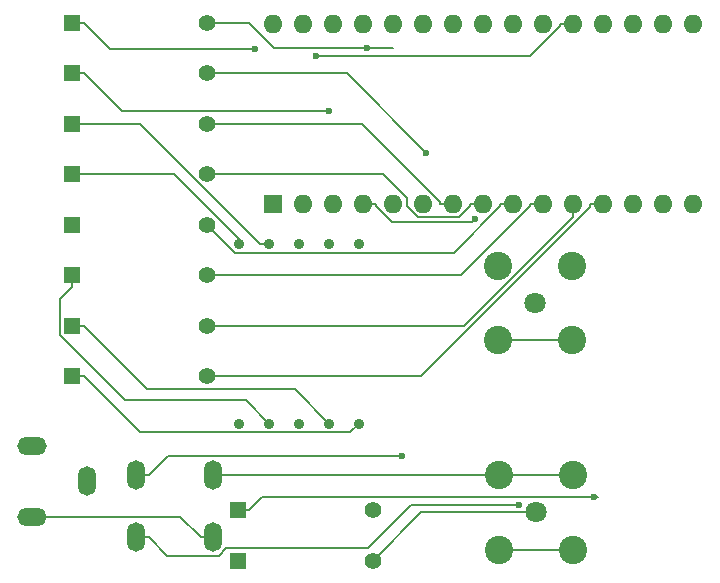
<source format=gbr>
%TF.GenerationSoftware,KiCad,Pcbnew,9.0.6-9.0.6~ubuntu24.04.1*%
%TF.CreationDate,2026-01-10T16:19:20-08:00*%
%TF.ProjectId,MCU Project,4d435520-5072-46f6-9a65-63742e6b6963,rev?*%
%TF.SameCoordinates,Original*%
%TF.FileFunction,Copper,L1,Top*%
%TF.FilePolarity,Positive*%
%FSLAX46Y46*%
G04 Gerber Fmt 4.6, Leading zero omitted, Abs format (unit mm)*
G04 Created by KiCad (PCBNEW 9.0.6-9.0.6~ubuntu24.04.1) date 2026-01-10 16:19:20*
%MOMM*%
%LPD*%
G01*
G04 APERTURE LIST*
%TA.AperFunction,ComponentPad*%
%ADD10R,1.397000X1.397000*%
%TD*%
%TA.AperFunction,ComponentPad*%
%ADD11C,1.397000*%
%TD*%
%TA.AperFunction,ComponentPad*%
%ADD12O,1.520000X2.500000*%
%TD*%
%TA.AperFunction,ComponentPad*%
%ADD13C,1.800000*%
%TD*%
%TA.AperFunction,ComponentPad*%
%ADD14C,2.400000*%
%TD*%
%TA.AperFunction,ComponentPad*%
%ADD15O,2.500000X1.520000*%
%TD*%
%TA.AperFunction,ComponentPad*%
%ADD16R,1.600000X1.600000*%
%TD*%
%TA.AperFunction,ComponentPad*%
%ADD17O,1.600000X1.600000*%
%TD*%
%TA.AperFunction,ComponentPad*%
%ADD18C,0.900000*%
%TD*%
%TA.AperFunction,ViaPad*%
%ADD19C,0.600000*%
%TD*%
%TA.AperFunction,Conductor*%
%ADD20C,0.200000*%
%TD*%
G04 APERTURE END LIST*
D10*
%TO.P,R10,1*%
%TO.N,Net-(A1-A1)*%
X126820000Y-123750000D03*
D11*
%TO.P,R10,2*%
%TO.N,Net-(J2-Pad1)*%
X138250000Y-123750000D03*
%TD*%
D10*
%TO.P,R9,1*%
%TO.N,Net-(A1-A0)*%
X126820000Y-119473400D03*
D11*
%TO.P,R9,2*%
%TO.N,Net-(J1-Pad1)*%
X138250000Y-119473400D03*
%TD*%
D10*
%TO.P,R1,1*%
%TO.N,Net-(U1-E)*%
X112785000Y-78170200D03*
D11*
%TO.P,R1,2*%
%TO.N,Net-(A1-D2)*%
X124215000Y-78170200D03*
%TD*%
D10*
%TO.P,R7,1*%
%TO.N,Net-(U1-F)*%
X112785000Y-103829800D03*
D11*
%TO.P,R7,2*%
%TO.N,Net-(A1-D8)*%
X124215000Y-103829800D03*
%TD*%
D12*
%TO.P,U4,1,1*%
%TO.N,Net-(A1-A3)*%
X118250000Y-116500000D03*
%TO.P,U4,2,2*%
%TO.N,GND*%
X124750000Y-116500000D03*
%TD*%
D10*
%TO.P,R3,1*%
%TO.N,Net-(U1-C)*%
X112785000Y-86723400D03*
D11*
%TO.P,R3,2*%
%TO.N,Net-(A1-D4)*%
X124215000Y-86723400D03*
%TD*%
D13*
%TO.P,J2,1*%
%TO.N,Net-(J2-Pad1)*%
X152100000Y-119650000D03*
D14*
%TO.P,J2,S1*%
%TO.N,GND*%
X148950000Y-116500000D03*
X148950000Y-122800000D03*
X155250000Y-116500000D03*
X155250000Y-122800000D03*
%TD*%
D15*
%TO.P,DC1,1,1*%
%TO.N,Net-(A1-VIN)*%
X109400000Y-114000000D03*
%TO.P,DC1,2,2*%
%TO.N,GND*%
X109400000Y-120000000D03*
D12*
%TO.P,DC1,3,3*%
%TO.N,unconnected-(DC1-Pad3)*%
X114100000Y-117000000D03*
%TD*%
D10*
%TO.P,R5,1*%
%TO.N,Net-(U1-B)*%
X112785000Y-95276600D03*
D11*
%TO.P,R5,2*%
%TO.N,Net-(A1-D6)*%
X124215000Y-95276600D03*
%TD*%
D16*
%TO.P,A1,1,TX1*%
%TO.N,unconnected-(A1-TX1-Pad1)*%
X129840000Y-93500000D03*
D17*
%TO.P,A1,2,RX1*%
%TO.N,unconnected-(A1-RX1-Pad2)*%
X132380000Y-93500000D03*
%TO.P,A1,3,~{RESET}*%
%TO.N,unconnected-(A1-~{RESET}-Pad3)*%
X134920000Y-93500000D03*
%TO.P,A1,4,GND*%
%TO.N,GND*%
X137460000Y-93500000D03*
%TO.P,A1,5,D2*%
%TO.N,Net-(A1-D2)*%
X140000000Y-93500000D03*
%TO.P,A1,6,D3*%
%TO.N,Net-(A1-D3)*%
X142540000Y-93500000D03*
%TO.P,A1,7,D4*%
%TO.N,Net-(A1-D4)*%
X145080000Y-93500000D03*
%TO.P,A1,8,D5*%
%TO.N,Net-(A1-D5)*%
X147620000Y-93500000D03*
%TO.P,A1,9,D6*%
%TO.N,Net-(A1-D6)*%
X150160000Y-93500000D03*
%TO.P,A1,10,D7*%
%TO.N,Net-(A1-D7)*%
X152700000Y-93500000D03*
%TO.P,A1,11,D8*%
%TO.N,Net-(A1-D8)*%
X155240000Y-93500000D03*
%TO.P,A1,12,D9*%
%TO.N,Net-(A1-D9)*%
X157780000Y-93500000D03*
%TO.P,A1,13,D10*%
%TO.N,unconnected-(A1-D10-Pad13)*%
X160320000Y-93500000D03*
%TO.P,A1,14,MOSI*%
%TO.N,unconnected-(A1-MOSI-Pad14)*%
X162860000Y-93500000D03*
%TO.P,A1,15,MISO*%
%TO.N,unconnected-(A1-MISO-Pad15)*%
X165400000Y-93500000D03*
%TO.P,A1,16,SCK*%
%TO.N,unconnected-(A1-SCK-Pad16)*%
X165400000Y-78260000D03*
%TO.P,A1,17,3V3*%
%TO.N,unconnected-(A1-3V3-Pad17)*%
X162860000Y-78260000D03*
%TO.P,A1,18,AREF*%
%TO.N,unconnected-(A1-AREF-Pad18)*%
X160320000Y-78260000D03*
%TO.P,A1,19,A0*%
%TO.N,Net-(A1-A0)*%
X157780000Y-78260000D03*
%TO.P,A1,20,A1*%
%TO.N,Net-(A1-A1)*%
X155240000Y-78260000D03*
%TO.P,A1,21,A2*%
%TO.N,Net-(A1-A2)*%
X152700000Y-78260000D03*
%TO.P,A1,22,A3*%
%TO.N,Net-(A1-A3)*%
X150160000Y-78260000D03*
%TO.P,A1,23,SDA/A4*%
%TO.N,unconnected-(A1-SDA{slash}A4-Pad23)*%
X147620000Y-78260000D03*
%TO.P,A1,24,SCL/A5*%
%TO.N,unconnected-(A1-SCL{slash}A5-Pad24)*%
X145080000Y-78260000D03*
%TO.P,A1,25,A6*%
%TO.N,unconnected-(A1-A6-Pad25)*%
X142540000Y-78260000D03*
%TO.P,A1,26,A7*%
%TO.N,unconnected-(A1-A7-Pad26)*%
X140000000Y-78260000D03*
%TO.P,A1,27,+5V*%
%TO.N,+5V*%
X137460000Y-78260000D03*
%TO.P,A1,28,~{RESET}*%
%TO.N,unconnected-(A1-~{RESET}-Pad28)*%
X134920000Y-78260000D03*
%TO.P,A1,29,GND*%
%TO.N,GND*%
X132380000Y-78260000D03*
%TO.P,A1,30,VIN*%
%TO.N,Net-(A1-VIN)*%
X129840000Y-78260000D03*
%TD*%
D18*
%TO.P,U1,1,E*%
%TO.N,Net-(U1-E)*%
X137080000Y-96880000D03*
%TO.P,U1,2,D*%
%TO.N,Net-(U1-D)*%
X134540000Y-96880000D03*
%TO.P,U1,3,COM*%
%TO.N,+5V*%
X132000000Y-96880000D03*
%TO.P,U1,4,C*%
%TO.N,Net-(U1-C)*%
X129460000Y-96880000D03*
%TO.P,U1,5,DP*%
%TO.N,Net-(U1-DP)*%
X126920000Y-96880000D03*
%TO.P,U1,6,B*%
%TO.N,Net-(U1-B)*%
X126920000Y-112120000D03*
%TO.P,U1,7,A*%
%TO.N,Net-(U1-A)*%
X129460000Y-112120000D03*
%TO.P,U1,8,COM*%
%TO.N,+5V*%
X132000000Y-112120000D03*
%TO.P,U1,9,F*%
%TO.N,Net-(U1-F)*%
X134540000Y-112120000D03*
%TO.P,U1,10,G*%
%TO.N,Net-(U1-G)*%
X137080000Y-112120000D03*
%TD*%
D13*
%TO.P,J1,1*%
%TO.N,Net-(J1-Pad1)*%
X152000000Y-101900000D03*
D14*
%TO.P,J1,S1*%
%TO.N,GND*%
X148850000Y-98750000D03*
X148850000Y-105050000D03*
X155150000Y-98750000D03*
X155150000Y-105050000D03*
%TD*%
D10*
%TO.P,R2,1*%
%TO.N,Net-(U1-D)*%
X112785000Y-82446800D03*
D11*
%TO.P,R2,2*%
%TO.N,Net-(A1-D3)*%
X124215000Y-82446800D03*
%TD*%
D10*
%TO.P,R8,1*%
%TO.N,Net-(U1-G)*%
X112785000Y-108106400D03*
D11*
%TO.P,R8,2*%
%TO.N,Net-(A1-D9)*%
X124215000Y-108106400D03*
%TD*%
D10*
%TO.P,R4,1*%
%TO.N,Net-(U1-DP)*%
X112785000Y-91000000D03*
D11*
%TO.P,R4,2*%
%TO.N,Net-(A1-D5)*%
X124215000Y-91000000D03*
%TD*%
D10*
%TO.P,R6,1*%
%TO.N,Net-(U1-A)*%
X112785000Y-99553200D03*
D11*
%TO.P,R6,2*%
%TO.N,Net-(A1-D7)*%
X124215000Y-99553200D03*
%TD*%
D12*
%TO.P,U3,1,1*%
%TO.N,Net-(A1-A2)*%
X118250000Y-121750000D03*
%TO.P,U3,2,2*%
%TO.N,GND*%
X124750000Y-121750000D03*
%TD*%
D19*
%TO.N,Net-(U1-D)*%
X134585500Y-85690700D03*
%TO.N,Net-(U1-E)*%
X128300000Y-80432500D03*
%TO.N,Net-(A1-A3)*%
X140750300Y-114861200D03*
%TO.N,Net-(A1-A0)*%
X156961500Y-118379000D03*
%TO.N,Net-(A1-A2)*%
X150625000Y-119014500D03*
%TO.N,Net-(A1-D3)*%
X142800000Y-89187500D03*
%TO.N,Net-(A1-A1)*%
X133412000Y-81043000D03*
%TO.N,Net-(A1-D2)*%
X137768800Y-80309300D03*
%TO.N,GND*%
X146902500Y-94828300D03*
%TD*%
D20*
%TO.N,Net-(J2-Pad1)*%
X142350000Y-119650000D02*
X152100000Y-119650000D01*
X138250000Y-123750000D02*
X142350000Y-119650000D01*
%TO.N,Net-(U1-G)*%
X118551000Y-112872200D02*
X113785200Y-108106400D01*
X136327800Y-112872200D02*
X118551000Y-112872200D01*
X137080000Y-112120000D02*
X136327800Y-112872200D01*
X112785000Y-108106400D02*
X113785200Y-108106400D01*
%TO.N,Net-(U1-F)*%
X131647700Y-109227700D02*
X134540000Y-112120000D01*
X119183100Y-109227700D02*
X131647700Y-109227700D01*
X113785200Y-103829800D02*
X119183100Y-109227700D01*
X112785000Y-103829800D02*
X113785200Y-103829800D01*
%TO.N,Net-(U1-A)*%
X112785000Y-99553200D02*
X112785000Y-100553400D01*
X127492200Y-110152200D02*
X129460000Y-112120000D01*
X117283700Y-110152200D02*
X127492200Y-110152200D01*
X111784800Y-104653300D02*
X117283700Y-110152200D01*
X111784800Y-101553600D02*
X111784800Y-104653300D01*
X112785000Y-100553400D02*
X111784800Y-101553600D01*
%TO.N,Net-(U1-DP)*%
X121396000Y-91000000D02*
X112785000Y-91000000D01*
X126920000Y-96524000D02*
X121396000Y-91000000D01*
X126920000Y-96880000D02*
X126920000Y-96524000D01*
%TO.N,Net-(U1-C)*%
X128673200Y-96880000D02*
X129460000Y-96880000D01*
X118516600Y-86723400D02*
X128673200Y-96880000D01*
X112785000Y-86723400D02*
X118516600Y-86723400D01*
%TO.N,Net-(U1-D)*%
X117029100Y-85690700D02*
X113785200Y-82446800D01*
X134585500Y-85690700D02*
X117029100Y-85690700D01*
X112785000Y-82446800D02*
X113785200Y-82446800D01*
X134585500Y-85690700D02*
X133433500Y-85690700D01*
X133433500Y-85690700D02*
X134585500Y-85690700D01*
X134585500Y-85690700D02*
X134583900Y-85690700D01*
X134583900Y-85690700D02*
X134585500Y-85690700D01*
%TO.N,Net-(U1-E)*%
X116047500Y-80432500D02*
X113785200Y-78170200D01*
X128300000Y-80432500D02*
X116047500Y-80432500D01*
X112785000Y-78170200D02*
X113785200Y-78170200D01*
%TO.N,Net-(A1-A3)*%
X120950500Y-114861200D02*
X140750300Y-114861200D01*
X119311700Y-116500000D02*
X120950500Y-114861200D01*
X118250000Y-116500000D02*
X119311700Y-116500000D01*
%TO.N,Net-(A1-D6)*%
X150160000Y-93500000D02*
X149058300Y-93500000D01*
X126614700Y-97676300D02*
X124215000Y-95276600D01*
X145110300Y-97676300D02*
X126614700Y-97676300D01*
X149058300Y-93728300D02*
X145110300Y-97676300D01*
X149058300Y-93500000D02*
X149058300Y-93728300D01*
%TO.N,Net-(A1-D9)*%
X156678300Y-93756800D02*
X156678300Y-93500000D01*
X142328700Y-108106400D02*
X156678300Y-93756800D01*
X124215000Y-108106400D02*
X142328700Y-108106400D01*
X157780000Y-93500000D02*
X156678300Y-93500000D01*
%TO.N,Net-(A1-D8)*%
X155240000Y-93500000D02*
X155240000Y-94601700D01*
X146011900Y-103829800D02*
X124215000Y-103829800D01*
X155240000Y-94601700D02*
X146011900Y-103829800D01*
%TO.N,Net-(A1-D7)*%
X145734100Y-99553200D02*
X124215000Y-99553200D01*
X151598300Y-93689000D02*
X145734100Y-99553200D01*
X151598300Y-93500000D02*
X151598300Y-93689000D01*
X152700000Y-93500000D02*
X151598300Y-93500000D01*
%TO.N,Net-(A1-A0)*%
X128914600Y-118379000D02*
X156961500Y-118379000D01*
X127820200Y-119473400D02*
X128914600Y-118379000D01*
X126820000Y-119473400D02*
X127820200Y-119473400D01*
X156961500Y-118379000D02*
X157344500Y-118379000D01*
X157344500Y-118379000D02*
X156961500Y-118379000D01*
%TO.N,Net-(A1-A2)*%
X120867900Y-123306200D02*
X119311700Y-121750000D01*
X125232600Y-123306200D02*
X120867900Y-123306200D01*
X125870800Y-122668000D02*
X125232600Y-123306200D01*
X137817200Y-122668000D02*
X125870800Y-122668000D01*
X141470700Y-119014500D02*
X137817200Y-122668000D01*
X150625000Y-119014500D02*
X141470700Y-119014500D01*
X118250000Y-121750000D02*
X119311700Y-121750000D01*
%TO.N,Net-(A1-D4)*%
X137339400Y-86723400D02*
X124215000Y-86723400D01*
X143978300Y-93362300D02*
X137339400Y-86723400D01*
X143978300Y-93500000D02*
X143978300Y-93362300D01*
X145080000Y-93500000D02*
X143978300Y-93500000D01*
%TO.N,Net-(A1-D5)*%
X139139800Y-91000000D02*
X124215000Y-91000000D01*
X141197500Y-93057700D02*
X139139800Y-91000000D01*
X141197500Y-93715600D02*
X141197500Y-93057700D01*
X142110100Y-94628200D02*
X141197500Y-93715600D01*
X145561600Y-94628200D02*
X142110100Y-94628200D01*
X146518300Y-93671500D02*
X145561600Y-94628200D01*
X146518300Y-93500000D02*
X146518300Y-93671500D01*
X147620000Y-93500000D02*
X146518300Y-93500000D01*
%TO.N,Net-(A1-D3)*%
X136059300Y-82446800D02*
X142800000Y-89187500D01*
X124215000Y-82446800D02*
X136059300Y-82446800D01*
%TO.N,Net-(A1-A1)*%
X154138300Y-78488300D02*
X154138300Y-78260000D01*
X151583600Y-81043000D02*
X154138300Y-78488300D01*
X133412000Y-81043000D02*
X151583600Y-81043000D01*
X155240000Y-78260000D02*
X154138300Y-78260000D01*
%TO.N,Net-(A1-D2)*%
X127766000Y-78170200D02*
X124215000Y-78170200D01*
X129905100Y-80309300D02*
X127766000Y-78170200D01*
X137768800Y-80309300D02*
X129905100Y-80309300D01*
X137768800Y-80309300D02*
X140000000Y-80309300D01*
X140000000Y-80309300D02*
X137768800Y-80309300D01*
%TO.N,GND*%
X148950000Y-122800000D02*
X155250000Y-122800000D01*
X148850000Y-105050000D02*
X155150000Y-105050000D01*
X148950000Y-116500000D02*
X155250000Y-116500000D01*
X121938300Y-120000000D02*
X123688300Y-121750000D01*
X109400000Y-120000000D02*
X121938300Y-120000000D01*
X124750000Y-121750000D02*
X123688300Y-121750000D01*
X124750000Y-116500000D02*
X148950000Y-116500000D01*
X137460000Y-93500000D02*
X138561700Y-93500000D01*
X146677400Y-95053400D02*
X146902500Y-94828300D01*
X139886800Y-95053400D02*
X146677400Y-95053400D01*
X138561700Y-93728300D02*
X139886800Y-95053400D01*
X138561700Y-93500000D02*
X138561700Y-93728300D01*
X146902500Y-94828300D02*
X146677400Y-95053400D01*
X146677400Y-95053400D02*
X146902500Y-94828300D01*
%TD*%
M02*

</source>
